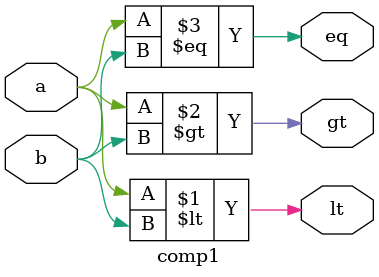
<source format=v>
module comp1(
    input a,
    input b,
    output lt, gt, eq
    );
	 
	assign lt = a < b;
	assign gt = a > b;
	assign eq = a == b;

endmodule

</source>
